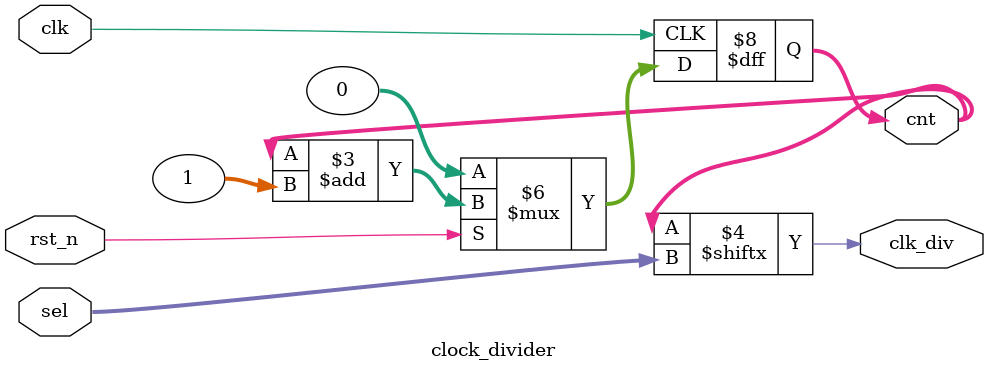
<source format=v>
`timescale 1ns / 1ps


module clock_divider(
    input wire rst_n,
    input wire clk,                 // 100 MHz system clock
    input wire [4:0] sel,           // SW[4:0]
    output wire clk_div,             // selected divided clock
    output reg [31:0] cnt
    );
    
    always @(posedge clk) begin
        if(!rst_n)
            cnt <= 32'b0;
        else
            cnt <= cnt + 1;
    end

    assign clk_div = cnt[sel];  // select one of the bits based on SW[4:0]
    
endmodule

</source>
